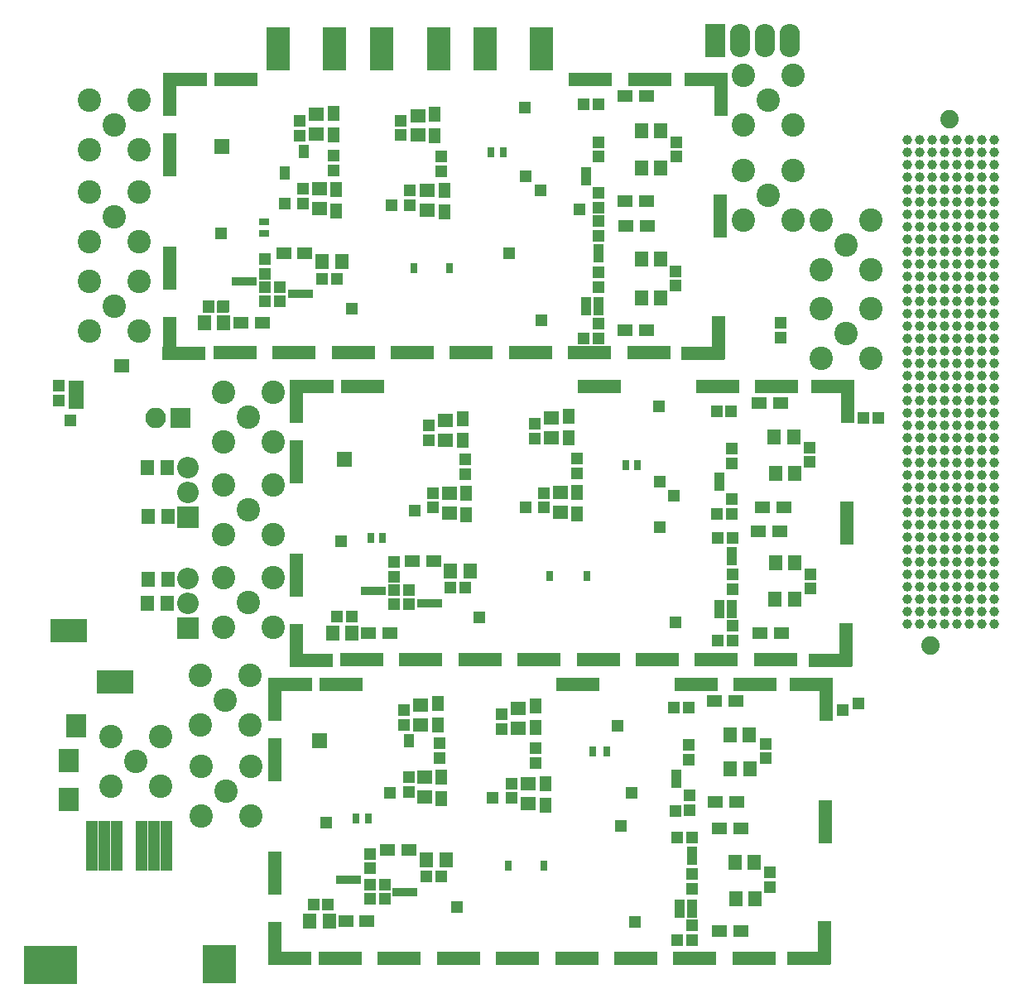
<source format=gbr>
G04 #@! TF.GenerationSoftware,KiCad,Pcbnew,(5.1.5-0-10_14)*
G04 #@! TF.CreationDate,2021-05-04T13:32:50-04:00*
G04 #@! TF.ProjectId,FEA,4645412e-6b69-4636-9164-5f7063625858,rev?*
G04 #@! TF.SameCoordinates,Original*
G04 #@! TF.FileFunction,Soldermask,Bot*
G04 #@! TF.FilePolarity,Negative*
%FSLAX46Y46*%
G04 Gerber Fmt 4.6, Leading zero omitted, Abs format (unit mm)*
G04 Created by KiCad (PCBNEW (5.1.5-0-10_14)) date 2021-05-04 13:32:50*
%MOMM*%
%LPD*%
G04 APERTURE LIST*
%ADD10R,4.440000X1.400000*%
%ADD11R,1.400000X4.440000*%
%ADD12R,0.800000X1.060000*%
%ADD13R,1.000000X1.950000*%
%ADD14R,1.400000X1.650000*%
%ADD15R,1.050000X1.460000*%
%ADD16R,2.200000X2.200000*%
%ADD17O,2.200000X2.200000*%
%ADD18C,1.880000*%
%ADD19C,1.000000*%
%ADD20R,2.100000X2.100000*%
%ADD21O,2.100000X2.100000*%
%ADD22R,2.000000X2.400000*%
%ADD23C,2.400000*%
%ADD24R,2.400000X4.400000*%
%ADD25R,1.150000X1.200000*%
%ADD26R,1.620000X1.050000*%
%ADD27R,2.100000X3.400000*%
%ADD28O,2.100000X3.400000*%
%ADD29R,1.200000X1.150000*%
%ADD30R,1.160000X5.150000*%
%ADD31R,3.400000X3.900000*%
%ADD32R,5.400000X3.900000*%
%ADD33R,1.650000X1.400000*%
%ADD34R,3.790000X2.360000*%
%ADD35R,1.060000X0.800000*%
%ADD36R,1.600000X1.300000*%
%ADD37R,1.300000X1.600000*%
%ADD38R,1.600000X1.600000*%
%ADD39R,2.600000X0.900000*%
G04 APERTURE END LIST*
D10*
X50700000Y-158000000D03*
D11*
X43900000Y-165700000D03*
X43900000Y-159500000D03*
D10*
X45500000Y-158000000D03*
X45400000Y-186000000D03*
D11*
X43900000Y-184500000D03*
X100100000Y-184400000D03*
D10*
X98500000Y-186000000D03*
D11*
X100300000Y-159500000D03*
D10*
X98800000Y-158000000D03*
D11*
X100250000Y-172000000D03*
X43900000Y-177300000D03*
D10*
X74880000Y-158000000D03*
X86970000Y-158000000D03*
X93015000Y-158000000D03*
X50600000Y-185970000D03*
X56645000Y-185970000D03*
X62690000Y-185970000D03*
X68735000Y-185970000D03*
X74780000Y-185970000D03*
X80825000Y-185970000D03*
X86870000Y-185970000D03*
X92915000Y-185970000D03*
D12*
X79850000Y-135500000D03*
D13*
X75715000Y-105950000D03*
D14*
X81400000Y-118450000D03*
X83400000Y-118450000D03*
D15*
X44950000Y-105650000D03*
X46850000Y-103450000D03*
D16*
X35000000Y-152250000D03*
D17*
X35000000Y-149710000D03*
X35000000Y-147170000D03*
X35000000Y-135770000D03*
X35000000Y-138310000D03*
D16*
X35000000Y-140850000D03*
D10*
X82140000Y-124045000D03*
X76095000Y-124045000D03*
X70050000Y-124045000D03*
X64005000Y-124045000D03*
X57960000Y-124045000D03*
X51915000Y-124045000D03*
X45870000Y-124045000D03*
X39825000Y-124045000D03*
X82240000Y-96075000D03*
X76195000Y-96075000D03*
D11*
X33125000Y-115375000D03*
X89475000Y-110075000D03*
D10*
X88025000Y-96075000D03*
D11*
X89525000Y-97575000D03*
D10*
X87725000Y-124075000D03*
D11*
X89325000Y-122475000D03*
X33125000Y-122575000D03*
D10*
X34625000Y-124075000D03*
X34725000Y-96075000D03*
D11*
X33125000Y-97575000D03*
X33125000Y-103775000D03*
D10*
X39925000Y-96075000D03*
D18*
X110925000Y-154025000D03*
X112925000Y-100125000D03*
D19*
X117515000Y-102295000D03*
X116245000Y-102295000D03*
X114975000Y-102295000D03*
X113705000Y-102295000D03*
X112435000Y-102295000D03*
X111165000Y-102295000D03*
X109895000Y-102295000D03*
X108625000Y-102295000D03*
X117515000Y-103565000D03*
X116245000Y-103565000D03*
X114975000Y-103565000D03*
X113705000Y-103565000D03*
X112435000Y-103565000D03*
X111165000Y-103565000D03*
X109895000Y-103565000D03*
X108625000Y-103565000D03*
X117515000Y-104835000D03*
X116245000Y-104835000D03*
X114975000Y-104835000D03*
X113705000Y-104835000D03*
X112435000Y-104835000D03*
X111165000Y-104835000D03*
X109895000Y-104835000D03*
X108625000Y-104835000D03*
X117515000Y-106105000D03*
X116245000Y-106105000D03*
X114975000Y-106105000D03*
X113705000Y-106105000D03*
X112435000Y-106105000D03*
X111165000Y-106105000D03*
X109895000Y-106105000D03*
X108625000Y-106105000D03*
X117515000Y-107375000D03*
X116245000Y-107375000D03*
X114975000Y-107375000D03*
X113705000Y-107375000D03*
X112435000Y-107375000D03*
X111165000Y-107375000D03*
X109895000Y-107375000D03*
X108625000Y-107375000D03*
X117515000Y-108645000D03*
X116245000Y-108645000D03*
X114975000Y-108645000D03*
X113705000Y-108645000D03*
X112435000Y-108645000D03*
X111165000Y-108645000D03*
X109895000Y-108645000D03*
X108625000Y-108645000D03*
X117515000Y-109915000D03*
X116245000Y-109915000D03*
X114975000Y-109915000D03*
X113705000Y-109915000D03*
X112435000Y-109915000D03*
X111165000Y-109915000D03*
X109895000Y-109915000D03*
X108625000Y-109915000D03*
X117515000Y-111185000D03*
X116245000Y-111185000D03*
X114975000Y-111185000D03*
X113705000Y-111185000D03*
X112435000Y-111185000D03*
X111165000Y-111185000D03*
X109895000Y-111185000D03*
X108625000Y-111185000D03*
X117515000Y-112455000D03*
X116245000Y-112455000D03*
X114975000Y-112455000D03*
X113705000Y-112455000D03*
X112435000Y-112455000D03*
X111165000Y-112455000D03*
X109895000Y-112455000D03*
X108625000Y-112455000D03*
X117515000Y-113725000D03*
X116245000Y-113725000D03*
X114975000Y-113725000D03*
X113705000Y-113725000D03*
X112435000Y-113725000D03*
X111165000Y-113725000D03*
X109895000Y-113725000D03*
X108625000Y-113725000D03*
X117515000Y-114995000D03*
X116245000Y-114995000D03*
X114975000Y-114995000D03*
X113705000Y-114995000D03*
X112435000Y-114995000D03*
X111165000Y-114995000D03*
X109895000Y-114995000D03*
X108625000Y-114995000D03*
X117515000Y-116265000D03*
X116245000Y-116265000D03*
X114975000Y-116265000D03*
X113705000Y-116265000D03*
X112435000Y-116265000D03*
X111165000Y-116265000D03*
X109895000Y-116265000D03*
X108625000Y-116265000D03*
X117515000Y-117535000D03*
X116245000Y-117535000D03*
X114975000Y-117535000D03*
X113705000Y-117535000D03*
X112435000Y-117535000D03*
X111165000Y-117535000D03*
X109895000Y-117535000D03*
X108625000Y-117535000D03*
X117515000Y-118805000D03*
X116245000Y-118805000D03*
X114975000Y-118805000D03*
X113705000Y-118805000D03*
X112435000Y-118805000D03*
X111165000Y-118805000D03*
X109895000Y-118805000D03*
X108625000Y-118805000D03*
X117515000Y-120075000D03*
X116245000Y-120075000D03*
X114975000Y-120075000D03*
X113705000Y-120075000D03*
X112435000Y-120075000D03*
X111165000Y-120075000D03*
X109895000Y-120075000D03*
X108625000Y-120075000D03*
X117515000Y-121345000D03*
X116245000Y-121345000D03*
X114975000Y-121345000D03*
X113705000Y-121345000D03*
X112435000Y-121345000D03*
X111165000Y-121345000D03*
X109895000Y-121345000D03*
X108625000Y-121345000D03*
X117515000Y-122615000D03*
X116245000Y-122615000D03*
X114975000Y-122615000D03*
X113705000Y-122615000D03*
X112435000Y-122615000D03*
X111165000Y-122615000D03*
X109895000Y-122615000D03*
X108625000Y-122615000D03*
X117515000Y-123885000D03*
X116245000Y-123885000D03*
X114975000Y-123885000D03*
X113705000Y-123885000D03*
X112435000Y-123885000D03*
X111165000Y-123885000D03*
X109895000Y-123885000D03*
X108625000Y-123885000D03*
X117515000Y-125155000D03*
X116245000Y-125155000D03*
X114975000Y-125155000D03*
X113705000Y-125155000D03*
X112435000Y-125155000D03*
X111165000Y-125155000D03*
X109895000Y-125155000D03*
X108625000Y-125155000D03*
X117515000Y-126425000D03*
X116245000Y-126425000D03*
X114975000Y-126425000D03*
X113705000Y-126425000D03*
X112435000Y-126425000D03*
X111165000Y-126425000D03*
X109895000Y-126425000D03*
X108625000Y-126425000D03*
X117515000Y-127695000D03*
X116245000Y-127695000D03*
X114975000Y-127695000D03*
X113705000Y-127695000D03*
X112435000Y-127695000D03*
X111165000Y-127695000D03*
X109895000Y-127695000D03*
X108625000Y-127695000D03*
X117515000Y-128965000D03*
X116245000Y-128965000D03*
X114975000Y-128965000D03*
X113705000Y-128965000D03*
X112435000Y-128965000D03*
X111165000Y-128965000D03*
X109895000Y-128965000D03*
X108625000Y-128965000D03*
X117515000Y-130235000D03*
X116245000Y-130235000D03*
X114975000Y-130235000D03*
X113705000Y-130235000D03*
X112435000Y-130235000D03*
X111165000Y-130235000D03*
X109895000Y-130235000D03*
X108625000Y-130235000D03*
X117515000Y-131505000D03*
X116245000Y-131505000D03*
X114975000Y-131505000D03*
X113705000Y-131505000D03*
X112435000Y-131505000D03*
X111165000Y-131505000D03*
X109895000Y-131505000D03*
X108625000Y-131505000D03*
X117515000Y-132775000D03*
X116245000Y-132775000D03*
X114975000Y-132775000D03*
X113705000Y-132775000D03*
X112435000Y-132775000D03*
X111165000Y-132775000D03*
X109895000Y-132775000D03*
X108625000Y-132775000D03*
X117515000Y-134045000D03*
X116245000Y-134045000D03*
X114975000Y-134045000D03*
X113705000Y-134045000D03*
X112435000Y-134045000D03*
X111165000Y-134045000D03*
X109895000Y-134045000D03*
X108625000Y-134045000D03*
X117515000Y-135315000D03*
X116245000Y-135315000D03*
X114975000Y-135315000D03*
X113705000Y-135315000D03*
X112435000Y-135315000D03*
X111165000Y-135315000D03*
X109895000Y-135315000D03*
X108625000Y-135315000D03*
X117515000Y-136585000D03*
X116245000Y-136585000D03*
X114975000Y-136585000D03*
X113705000Y-136585000D03*
X112435000Y-136585000D03*
X111165000Y-136585000D03*
X109895000Y-136585000D03*
X108625000Y-136585000D03*
X117515000Y-137855000D03*
X116245000Y-137855000D03*
X114975000Y-137855000D03*
X113705000Y-137855000D03*
X112435000Y-137855000D03*
X111165000Y-137855000D03*
X109895000Y-137855000D03*
X108625000Y-137855000D03*
X117515000Y-139125000D03*
X116245000Y-139125000D03*
X114975000Y-139125000D03*
X113705000Y-139125000D03*
X112435000Y-139125000D03*
X111165000Y-139125000D03*
X109895000Y-139125000D03*
X108625000Y-139125000D03*
X117515000Y-140395000D03*
X116245000Y-140395000D03*
X114975000Y-140395000D03*
X113705000Y-140395000D03*
X112435000Y-140395000D03*
X111165000Y-140395000D03*
X109895000Y-140395000D03*
X108625000Y-140395000D03*
X117515000Y-141665000D03*
X116245000Y-141665000D03*
X114975000Y-141665000D03*
X113705000Y-141665000D03*
X112435000Y-141665000D03*
X111165000Y-141665000D03*
X109895000Y-141665000D03*
X108625000Y-141665000D03*
X117515000Y-142935000D03*
X116245000Y-142935000D03*
X114975000Y-142935000D03*
X113705000Y-142935000D03*
X112435000Y-142935000D03*
X111165000Y-142935000D03*
X109895000Y-142935000D03*
X108625000Y-142935000D03*
X117515000Y-144205000D03*
X116245000Y-144205000D03*
X114975000Y-144205000D03*
X113705000Y-144205000D03*
X112435000Y-144205000D03*
X111165000Y-144205000D03*
X109895000Y-144205000D03*
X108625000Y-144205000D03*
X117515000Y-145475000D03*
X116245000Y-145475000D03*
X114975000Y-145475000D03*
X113705000Y-145475000D03*
X112435000Y-145475000D03*
X111165000Y-145475000D03*
X109895000Y-145475000D03*
X108625000Y-145475000D03*
X117515000Y-146745000D03*
X116245000Y-146745000D03*
X114975000Y-146745000D03*
X113705000Y-146745000D03*
X112435000Y-146745000D03*
X111165000Y-146745000D03*
X109895000Y-146745000D03*
X108625000Y-146745000D03*
X117515000Y-148015000D03*
X116245000Y-148015000D03*
X114975000Y-148015000D03*
X113705000Y-148015000D03*
X112435000Y-148015000D03*
X111165000Y-148015000D03*
X109895000Y-148015000D03*
X108625000Y-148015000D03*
X117515000Y-149285000D03*
X116245000Y-149285000D03*
X114975000Y-149285000D03*
X113705000Y-149285000D03*
X112435000Y-149285000D03*
X111165000Y-149285000D03*
X109895000Y-149285000D03*
X108625000Y-149285000D03*
X117515000Y-150555000D03*
X116245000Y-150555000D03*
X114975000Y-150555000D03*
X113705000Y-150555000D03*
X112435000Y-150555000D03*
X111165000Y-150555000D03*
X109895000Y-150555000D03*
X108625000Y-150555000D03*
X117515000Y-151825000D03*
X116245000Y-151825000D03*
X114975000Y-151825000D03*
X113705000Y-151825000D03*
X112435000Y-151825000D03*
X111165000Y-151825000D03*
X109895000Y-151825000D03*
X108625000Y-151825000D03*
D20*
X34220000Y-130700000D03*
D21*
X31680000Y-130700000D03*
D22*
X22800000Y-165750000D03*
X22800000Y-169750000D03*
D23*
X27450000Y-110100000D03*
X29990000Y-107560000D03*
X24910000Y-107560000D03*
X24910000Y-112640000D03*
X29990000Y-112640000D03*
X27450000Y-100700000D03*
X29990000Y-98160000D03*
X24910000Y-98160000D03*
X24910000Y-103240000D03*
X29990000Y-103240000D03*
D24*
X60640000Y-92980000D03*
X54840000Y-92980000D03*
X44225000Y-92950000D03*
X50025000Y-92950000D03*
D23*
X43740000Y-142640000D03*
X38660000Y-142640000D03*
X38660000Y-137560000D03*
X43740000Y-137560000D03*
X41200000Y-140100000D03*
X41200000Y-130600000D03*
X43740000Y-128060000D03*
X38660000Y-128060000D03*
X38660000Y-133140000D03*
X43740000Y-133140000D03*
X38950000Y-168900000D03*
X41490000Y-166360000D03*
X36410000Y-166360000D03*
X36410000Y-171440000D03*
X41490000Y-171440000D03*
X41390000Y-162090000D03*
X36310000Y-162090000D03*
X36310000Y-157010000D03*
X41390000Y-157010000D03*
X38850000Y-159550000D03*
X94410000Y-98230000D03*
X96950000Y-95690000D03*
X91870000Y-95690000D03*
X91870000Y-100770000D03*
X96950000Y-100770000D03*
X96930000Y-110510000D03*
X91850000Y-110510000D03*
X91850000Y-105430000D03*
X96930000Y-105430000D03*
X94390000Y-107970000D03*
X104910000Y-115540000D03*
X99830000Y-115540000D03*
X99830000Y-110460000D03*
X104910000Y-110460000D03*
X102370000Y-113000000D03*
X102320000Y-122050000D03*
X104860000Y-119510000D03*
X99780000Y-119510000D03*
X99780000Y-124590000D03*
X104860000Y-124590000D03*
D25*
X21800000Y-128895000D03*
X21800000Y-127395000D03*
D26*
X23615000Y-127400000D03*
X23615000Y-128350000D03*
X23615000Y-129300000D03*
D24*
X65400000Y-92950000D03*
X71200000Y-92950000D03*
D27*
X88950000Y-92100000D03*
D28*
X91490000Y-92100000D03*
X94030000Y-92100000D03*
X96570000Y-92100000D03*
D29*
X23000000Y-131000000D03*
D30*
X25195000Y-174525000D03*
X26465000Y-174525000D03*
X27735000Y-174525000D03*
X30275000Y-174525000D03*
X31545000Y-174525000D03*
X32815000Y-174525000D03*
D31*
X38245000Y-186625000D03*
D32*
X20995000Y-186675000D03*
D33*
X28220000Y-125400000D03*
D14*
X32900000Y-149700000D03*
X30900000Y-149700000D03*
X32950000Y-140800000D03*
X30950000Y-140800000D03*
X30950000Y-147200000D03*
X32950000Y-147200000D03*
X30900000Y-135800000D03*
X32900000Y-135800000D03*
D29*
X95650000Y-121000000D03*
X95650000Y-122500000D03*
D25*
X105600000Y-130750000D03*
X104100000Y-130750000D03*
X101950000Y-160600000D03*
X103600000Y-159900000D03*
D34*
X27550000Y-157750000D03*
X22800000Y-152500000D03*
D14*
X38700000Y-121000000D03*
X36700000Y-121000000D03*
D33*
X48450000Y-109300000D03*
X48450000Y-107300000D03*
D29*
X38650000Y-119300000D03*
X37150000Y-119300000D03*
D25*
X46800000Y-107300000D03*
X46800000Y-108800000D03*
D29*
X37100000Y-119350000D03*
X38600000Y-119350000D03*
D25*
X46800000Y-108800000D03*
X46800000Y-107300000D03*
X49950000Y-105400000D03*
X49950000Y-103900000D03*
D29*
X48750000Y-116450000D03*
X50250000Y-116450000D03*
D25*
X46450000Y-101850000D03*
X46450000Y-100350000D03*
D29*
X50250000Y-116450000D03*
X48750000Y-116450000D03*
D25*
X46450000Y-100350000D03*
X46450000Y-101850000D03*
D33*
X48150000Y-101650000D03*
X48150000Y-99650000D03*
D14*
X50750000Y-114700000D03*
X48750000Y-114700000D03*
D35*
X42800000Y-111850000D03*
X42800000Y-110650000D03*
D36*
X40400000Y-121000000D03*
X42600000Y-121000000D03*
D37*
X50200000Y-109550000D03*
X50200000Y-107350000D03*
D36*
X44800000Y-113850000D03*
X47000000Y-113850000D03*
D37*
X49950000Y-99550000D03*
X49950000Y-101750000D03*
D29*
X38400000Y-111850000D03*
D25*
X42900000Y-114450000D03*
X42900000Y-115950000D03*
X44950000Y-108800000D03*
D29*
X44400000Y-117300000D03*
X42900000Y-117300000D03*
D38*
X38500000Y-102930000D03*
D25*
X84950000Y-102500000D03*
D14*
X83400000Y-114450000D03*
X81400000Y-114450000D03*
D25*
X77000000Y-112100000D03*
X77000000Y-110600000D03*
X77000000Y-110600000D03*
X77000000Y-112100000D03*
X84900000Y-115750000D03*
X84950000Y-103950000D03*
X77000000Y-117300000D03*
X77000000Y-115800000D03*
X84900000Y-117200000D03*
X77000000Y-121050000D03*
X77000000Y-122550000D03*
X75500000Y-122550000D03*
X77000000Y-122550000D03*
X77000000Y-121050000D03*
D14*
X83400000Y-101350000D03*
X81400000Y-101350000D03*
D29*
X75500000Y-98650000D03*
X77000000Y-98650000D03*
X77000000Y-98650000D03*
X75500000Y-98650000D03*
D25*
X77000000Y-102500000D03*
X77000000Y-104000000D03*
X77000000Y-109200000D03*
X77000000Y-107700000D03*
X77000000Y-107700000D03*
X77000000Y-109200000D03*
X75100000Y-109350000D03*
D14*
X81400000Y-105150000D03*
X83400000Y-105150000D03*
D36*
X82000000Y-111050000D03*
X79800000Y-111050000D03*
X79700000Y-121700000D03*
X81900000Y-121700000D03*
X79750000Y-97800000D03*
X81950000Y-97800000D03*
X81900000Y-108550000D03*
X79700000Y-108550000D03*
D25*
X67900000Y-113850000D03*
D29*
X71150000Y-120700000D03*
D25*
X69500000Y-99000000D03*
D29*
X71100000Y-107450000D03*
X69600000Y-105950000D03*
D12*
X67300000Y-103550000D03*
X66050000Y-103550000D03*
X58100000Y-115350000D03*
X61750000Y-115350000D03*
D22*
X23550000Y-162250000D03*
D14*
X51800000Y-152700000D03*
X49800000Y-152700000D03*
D33*
X61800000Y-138450000D03*
X61800000Y-140450000D03*
D29*
X51800000Y-151050000D03*
X50300000Y-151050000D03*
D25*
X60100000Y-138400000D03*
X60100000Y-139900000D03*
D29*
X50300000Y-151050000D03*
X51800000Y-151050000D03*
D25*
X60100000Y-138400000D03*
X60100000Y-139900000D03*
X63350000Y-134950000D03*
X63350000Y-136450000D03*
D29*
X61850000Y-148050000D03*
X63350000Y-148050000D03*
D25*
X59700000Y-131500000D03*
X59700000Y-133000000D03*
D29*
X63350000Y-148050000D03*
X61850000Y-148050000D03*
D25*
X59700000Y-131500000D03*
X59700000Y-133000000D03*
D33*
X61350000Y-131000000D03*
X61350000Y-133000000D03*
D14*
X63850000Y-146400000D03*
X61850000Y-146400000D03*
X97000000Y-132700000D03*
X95000000Y-132700000D03*
D29*
X90600000Y-130000000D03*
X89100000Y-130000000D03*
X89100000Y-130000000D03*
D25*
X98600000Y-133750000D03*
D14*
X95100000Y-145500000D03*
X97100000Y-145500000D03*
D29*
X89200000Y-143000000D03*
X90700000Y-143000000D03*
D25*
X90650000Y-135350000D03*
X90650000Y-133850000D03*
D29*
X90700000Y-143000000D03*
X89200000Y-143000000D03*
D25*
X98650000Y-146750000D03*
X98600000Y-135200000D03*
X90650000Y-139000000D03*
X90650000Y-140500000D03*
X90700000Y-146750000D03*
X90700000Y-148250000D03*
X89150000Y-140500000D03*
X90650000Y-140500000D03*
X90650000Y-139000000D03*
D14*
X95100000Y-136350000D03*
X97100000Y-136350000D03*
D25*
X98650000Y-148150000D03*
X90700000Y-153450000D03*
X90700000Y-151950000D03*
X89200000Y-153450000D03*
X90700000Y-151950000D03*
X90700000Y-153450000D03*
D14*
X97050000Y-149250000D03*
X95050000Y-149250000D03*
D12*
X53750000Y-142950000D03*
X54950000Y-142950000D03*
X72050000Y-146900000D03*
X81000000Y-135500000D03*
X75850000Y-146900000D03*
D36*
X53500000Y-152700000D03*
X55700000Y-152700000D03*
D37*
X63500000Y-138450000D03*
X63500000Y-140650000D03*
D36*
X60150000Y-145350000D03*
X57950000Y-145350000D03*
D37*
X63100000Y-133000000D03*
X63100000Y-130800000D03*
D36*
X93400000Y-129200000D03*
X95600000Y-129200000D03*
X93350000Y-142300000D03*
X95550000Y-142300000D03*
X93800000Y-139850000D03*
X96000000Y-139850000D03*
X93550000Y-152700000D03*
X95750000Y-152700000D03*
D10*
X52900000Y-127500000D03*
D11*
X46100000Y-135200000D03*
X46100000Y-129000000D03*
D10*
X47700000Y-127500000D03*
X47600000Y-155500000D03*
D11*
X46100000Y-154000000D03*
X102300000Y-153900000D03*
D10*
X100700000Y-155500000D03*
D11*
X102500000Y-129000000D03*
D10*
X101000000Y-127500000D03*
D11*
X102450000Y-141500000D03*
X46100000Y-146800000D03*
D10*
X77080000Y-127500000D03*
X89170000Y-127500000D03*
X95215000Y-127500000D03*
X52800000Y-155470000D03*
X58845000Y-155470000D03*
X64890000Y-155470000D03*
X70935000Y-155470000D03*
X76980000Y-155470000D03*
X83025000Y-155470000D03*
X89070000Y-155470000D03*
X95115000Y-155470000D03*
D29*
X50650000Y-143350000D03*
D25*
X56100000Y-146950000D03*
X56100000Y-145450000D03*
X58200000Y-140200000D03*
D29*
X57600000Y-148300000D03*
X56100000Y-148300000D03*
D25*
X83200000Y-129550000D03*
X83250000Y-141850000D03*
D29*
X84750000Y-138700000D03*
X83300000Y-137250000D03*
X84850000Y-151650000D03*
D38*
X51050000Y-134960000D03*
D13*
X89365000Y-137250000D03*
D14*
X49500000Y-182150000D03*
X47500000Y-182150000D03*
D33*
X59250000Y-167500000D03*
X59250000Y-169500000D03*
D29*
X49350000Y-180500000D03*
X47850000Y-180500000D03*
D25*
X57600000Y-167500000D03*
X57600000Y-169000000D03*
D29*
X47850000Y-180500000D03*
X49350000Y-180500000D03*
D25*
X60750000Y-164000000D03*
X60750000Y-165500000D03*
X57150000Y-160600000D03*
X57150000Y-162100000D03*
D29*
X60900000Y-177650000D03*
X59400000Y-177650000D03*
D25*
X57150000Y-160600000D03*
X57150000Y-162100000D03*
D33*
X58800000Y-160100000D03*
X58800000Y-162100000D03*
D14*
X61400000Y-175950000D03*
X59400000Y-175950000D03*
X92450000Y-163100000D03*
X90450000Y-163100000D03*
D29*
X86250000Y-160350000D03*
X84750000Y-160350000D03*
X84750000Y-160350000D03*
X86250000Y-160350000D03*
D25*
X94150000Y-164100000D03*
D14*
X90950000Y-176200000D03*
X92950000Y-176200000D03*
D29*
X85100000Y-173600000D03*
X86600000Y-173600000D03*
D25*
X86250000Y-165650000D03*
X86250000Y-164150000D03*
D29*
X86600000Y-173600000D03*
X85100000Y-173600000D03*
D25*
X94550000Y-177200000D03*
X94150000Y-165500000D03*
X86300000Y-170850000D03*
X86600000Y-177350000D03*
X86600000Y-178850000D03*
X84850000Y-170900000D03*
X86300000Y-170850000D03*
X86300000Y-169350000D03*
D14*
X90500000Y-166650000D03*
X92500000Y-166650000D03*
D25*
X94550000Y-178700000D03*
X86550000Y-184100000D03*
X86550000Y-182600000D03*
X85050000Y-184100000D03*
X86550000Y-182600000D03*
X86550000Y-184100000D03*
D14*
X93050000Y-179900000D03*
X91050000Y-179900000D03*
D12*
X52250000Y-171700000D03*
X53450000Y-171700000D03*
X77850000Y-164850000D03*
X67750000Y-176550000D03*
X76450000Y-164850000D03*
X71450000Y-176550000D03*
D36*
X51150000Y-182150000D03*
X53350000Y-182150000D03*
D37*
X60950000Y-167450000D03*
X60950000Y-169650000D03*
D36*
X57650000Y-174950000D03*
X55450000Y-174950000D03*
D37*
X60550000Y-162100000D03*
X60550000Y-159900000D03*
D36*
X88900000Y-159650000D03*
X91100000Y-159650000D03*
X89400000Y-172750000D03*
X91600000Y-172750000D03*
X88950000Y-170000000D03*
X91150000Y-170000000D03*
X89350000Y-183200000D03*
X91550000Y-183200000D03*
D29*
X49150000Y-172150000D03*
D25*
X53650000Y-175300000D03*
X53650000Y-176800000D03*
X55700000Y-169050000D03*
D29*
X55150000Y-178450000D03*
X53650000Y-178450000D03*
D25*
X78950000Y-162200000D03*
X79300000Y-172450000D03*
D29*
X80400000Y-169050000D03*
X80750000Y-182250000D03*
D38*
X48500000Y-163710000D03*
D15*
X57600000Y-163700000D03*
D13*
X84965000Y-167600000D03*
D29*
X56100000Y-149750000D03*
X57600000Y-149750000D03*
D33*
X73100000Y-138350000D03*
X73100000Y-140350000D03*
D25*
X71450000Y-138400000D03*
X71450000Y-139900000D03*
X71450000Y-138400000D03*
X71450000Y-139900000D03*
X74850000Y-134850000D03*
X74850000Y-136350000D03*
X70500000Y-131300000D03*
X70500000Y-132800000D03*
X70500000Y-131300000D03*
X70500000Y-132800000D03*
D33*
X72150000Y-130750000D03*
X72150000Y-132750000D03*
D29*
X55150000Y-179900000D03*
X53650000Y-179900000D03*
D33*
X69800000Y-168150000D03*
X69800000Y-170150000D03*
D25*
X68100000Y-169600000D03*
X68100000Y-168100000D03*
X68100000Y-169600000D03*
X68100000Y-168100000D03*
X70550000Y-166000000D03*
X70550000Y-164500000D03*
X67150000Y-162550000D03*
X67150000Y-161050000D03*
X67150000Y-162550000D03*
X67150000Y-161050000D03*
D33*
X68800000Y-160450000D03*
X68800000Y-162450000D03*
D29*
X44400000Y-118800000D03*
X42900000Y-118800000D03*
D33*
X59500000Y-107450000D03*
X59500000Y-109450000D03*
D25*
X57750000Y-108950000D03*
X57750000Y-107450000D03*
X57750000Y-108950000D03*
X57750000Y-107450000D03*
X60950000Y-105450000D03*
X60950000Y-103950000D03*
X56800000Y-101800000D03*
X56800000Y-100300000D03*
X56800000Y-101800000D03*
X56800000Y-100300000D03*
D33*
X58550000Y-99800000D03*
X58550000Y-101800000D03*
D37*
X74850000Y-138350000D03*
X74850000Y-140550000D03*
X73950000Y-132750000D03*
X73950000Y-130550000D03*
X71600000Y-168150000D03*
X71600000Y-170350000D03*
X70550000Y-162350000D03*
X70550000Y-160150000D03*
X61250000Y-107450000D03*
X61250000Y-109650000D03*
X60250000Y-101850000D03*
X60250000Y-99650000D03*
D25*
X64850000Y-151100000D03*
X69550000Y-139900000D03*
X62500000Y-180750000D03*
X66200000Y-169550000D03*
X51750000Y-119550000D03*
X55850000Y-108950000D03*
D23*
X29990000Y-121840000D03*
X24910000Y-121840000D03*
X24910000Y-116760000D03*
X29990000Y-116760000D03*
X27450000Y-119300000D03*
X41200000Y-149600000D03*
X43740000Y-147060000D03*
X38660000Y-147060000D03*
X38660000Y-152140000D03*
X43740000Y-152140000D03*
X29650000Y-165850000D03*
X32190000Y-163310000D03*
X27110000Y-163310000D03*
X27110000Y-168390000D03*
X32190000Y-168390000D03*
D39*
X59725000Y-149690000D03*
X53975000Y-148420000D03*
D13*
X90685000Y-150250000D03*
X90685000Y-144850000D03*
X89415000Y-150250000D03*
D39*
X51475000Y-177970000D03*
X57225000Y-179240000D03*
D13*
X86585000Y-180900000D03*
X86585000Y-175500000D03*
X85315000Y-180900000D03*
D39*
X40750000Y-116770000D03*
X46500000Y-118040000D03*
D13*
X75765000Y-119300000D03*
X77035000Y-113900000D03*
X77035000Y-119300000D03*
M02*

</source>
